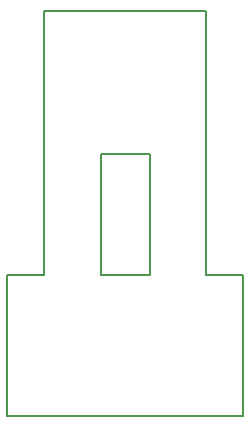
<source format=gm1>
G04*
G04 #@! TF.GenerationSoftware,Altium Limited,Altium Designer,21.7.2 (23)*
G04*
G04 Layer_Color=16711935*
%FSAX25Y25*%
%MOIN*%
G70*
G04*
G04 #@! TF.SameCoordinates,C6185680-9DF1-42B3-8AB4-FD9FEACD6233*
G04*
G04*
G04 #@! TF.FilePolarity,Positive*
G04*
G01*
G75*
%ADD11C,0.00787*%
D11*
X0154488Y0147012D02*
X0170827D01*
X0154488Y0187366D02*
X0170827D01*
Y0147012D02*
Y0187366D01*
X0154488Y0147012D02*
Y0187366D01*
X0123327Y0147047D02*
X0135630D01*
Y0234744D01*
X0189665D01*
Y0147047D02*
Y0234744D01*
Y0147047D02*
X0202067D01*
Y0100000D02*
Y0147047D01*
X0123327Y0100000D02*
X0202067Y0100000D01*
X0123327D02*
Y0147047D01*
M02*

</source>
